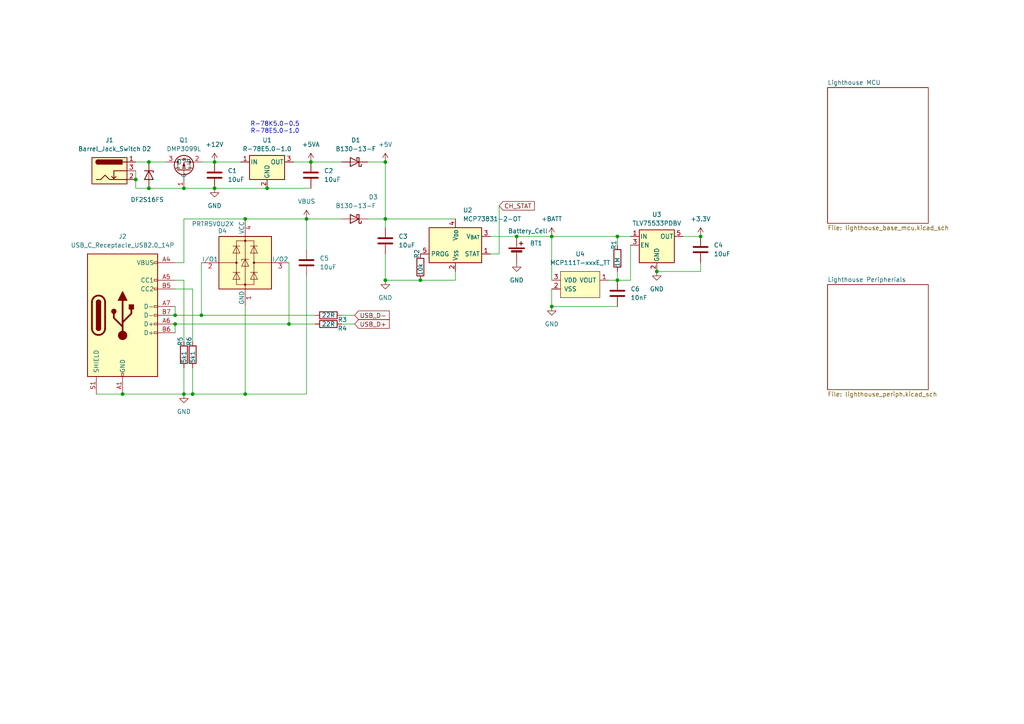
<source format=kicad_sch>
(kicad_sch (version 20250114) (generator "eeschema") (generator_version "9.0")
  (paper "A4")
  (title_block (title "Lighthouse Base") (date "2025-09-28") (rev "1") (comment 1 "MEgli"))
  (lib_symbols
    (symbol "Battery_Management:MCP73831-2-OT"
      (property "Reference" "U" (at -7.62 6.35 0))
      (property "Value" "MCP73831-2-OT" (at 1.27 6.35 0))
      (symbol "MCP73831-2-OT_0_1"
        (rectangle (start -7.62 5.08) (end 7.62 -5.08) (stroke (width 0.254)) (fill (type background)))
      )
      (symbol "MCP73831-2-OT_1_1"
        (pin input line (at -10.16 -2.54 0) (length 2.54) (name "PROG") (number "5"))
        (pin power_in line (at 0 7.62 270) (length 2.54) (name "V_{DD}") (number "4"))
        (pin power_in line (at 0 -7.62 90) (length 2.54) (name "V_{SS}") (number "2"))
        (pin power_out line (at 10.16 2.54 180) (length 2.54) (name "V_{BAT}") (number "3"))
        (pin tri_state line (at 10.16 -2.54 180) (length 2.54) (name "STAT") (number "1"))
      )
    )
    (symbol "Connector:Barrel_Jack_Switch" (pin_names (hide yes))
      (property "Reference" "J" (at 0 5.334 0))
      (property "Value" "Barrel_Jack_Switch" (at 0 -5.08 0))
      (symbol "Barrel_Jack_Switch_0_1"
        (rectangle (start -5.08 3.81) (end 5.08 -3.81) (stroke (width 0.254)) (fill (type background)))
        (polyline (pts (xy -3.81 -2.54) (xy -2.54 -2.54) (xy -1.27 -1.27) (xy 0 -2.54) (xy 2.54 -2.54) (xy 5.08 -2.54)) (stroke (width 0.254)))
        (arc (start -3.302 1.905) (mid -3.9343 2.54) (end -3.302 3.175) (stroke (width 0.254)))
        (arc (start -3.302 1.905) (mid -3.9343 2.54) (end -3.302 3.175) (stroke (width 0.254)) (fill (type outline)))
        (polyline (pts (xy 1.27 -2.286) (xy 1.905 -1.651)) (stroke (width 0.254)))
        (rectangle (start 3.683 3.175) (end -3.302 1.905) (stroke (width 0.254)) (fill (type outline)))
        (polyline (pts (xy 5.08 2.54) (xy 3.81 2.54)) (stroke (width 0.254)))
        (polyline (pts (xy 5.08 0) (xy 1.27 0) (xy 1.27 -2.286) (xy 0.635 -1.651)) (stroke (width 0.254)))
      )
      (symbol "Barrel_Jack_Switch_1_1"
        (pin passive line (at 7.62 2.54 180) (length 2.54) (name "~") (number "1"))
        (pin passive line (at 7.62 0 180) (length 2.54) (name "~") (number "3"))
        (pin passive line (at 7.62 -2.54 180) (length 2.54) (name "~") (number "2"))
      )
    )
    (symbol "Connector:USB_C_Receptacle_USB2.0_14P" (pin_names (offset 1.016))
      (property "Reference" "J" (at 0 22.225 0))
      (property "Value" "USB_C_Receptacle_USB2.0_14P" (at 0 19.685 0))
      (symbol "USB_C_Receptacle_USB2.0_14P_0_0"
        (rectangle (start -0.254 -17.78) (end 0.254 -16.764))
        (rectangle (start 10.16 15.494) (end 9.144 14.986))
        (rectangle (start 10.16 10.414) (end 9.144 9.906))
        (rectangle (start 10.16 7.874) (end 9.144 7.366))
        (rectangle (start 10.16 2.794) (end 9.144 2.286))
        (rectangle (start 10.16 0.254) (end 9.144 -0.254))
        (rectangle (start 10.16 -2.286) (end 9.144 -2.794))
        (rectangle (start 10.16 -4.826) (end 9.144 -5.334))
      )
      (symbol "USB_C_Receptacle_USB2.0_14P_0_1"
        (rectangle (start -10.16 17.78) (end 10.16 -17.78) (stroke (width 0.254)) (fill (type background)))
        (polyline (pts (xy -8.89 -3.81) (xy -8.89 3.81)) (stroke (width 0.508)))
        (rectangle (start -7.62 -3.81) (end -6.35 3.81) (stroke (width 0.254)) (fill (type outline)))
        (arc (start -7.62 3.81) (mid -6.985 4.4423) (end -6.35 3.81) (stroke (width 0.254)))
        (arc (start -7.62 3.81) (mid -6.985 4.4423) (end -6.35 3.81) (stroke (width 0.254)) (fill (type outline)))
        (arc (start -8.89 3.81) (mid -6.985 5.7067) (end -5.08 3.81) (stroke (width 0.508)))
        (arc (start -5.08 -3.81) (mid -6.985 -5.7067) (end -8.89 -3.81) (stroke (width 0.508)))
        (arc (start -6.35 -3.81) (mid -6.985 -4.4423) (end -7.62 -3.81) (stroke (width 0.254)))
        (arc (start -6.35 -3.81) (mid -6.985 -4.4423) (end -7.62 -3.81) (stroke (width 0.254)) (fill (type outline)))
        (polyline (pts (xy -5.08 3.81) (xy -5.08 -3.81)) (stroke (width 0.508)))
        (circle (center -2.54 1.143) (radius 0.635) (stroke (width 0.254)) (fill (type outline)))
        (polyline (pts (xy -1.27 4.318) (xy 0 6.858) (xy 1.27 4.318) (xy -1.27 4.318)) (stroke (width 0.254)) (fill (type outline)))
        (polyline (pts (xy 0 -2.032) (xy 2.54 0.508) (xy 2.54 1.778)) (stroke (width 0.508)))
        (polyline (pts (xy 0 -3.302) (xy -2.54 -0.762) (xy -2.54 0.508)) (stroke (width 0.508)))
        (polyline (pts (xy 0 -5.842) (xy 0 4.318)) (stroke (width 0.508)))
        (circle (center 0 -5.842) (radius 1.27) (fill (type outline)))
        (rectangle (start 1.905 1.778) (end 3.175 3.048) (stroke (width 0.254)) (fill (type outline)))
      )
      (symbol "USB_C_Receptacle_USB2.0_14P_1_1"
        (pin passive line (at -7.62 -22.86 90) (length 5.08) (name "SHIELD") (number "S1"))
        (pin passive line (at 0 -22.86 90) (length 5.08) (name "GND") (number "A1"))
        (pin passive line (at 0 -22.86 90) (length 5.08) (hide yes) (name "GND") (number "A12"))
        (pin passive line (at 0 -22.86 90) (length 5.08) (hide yes) (name "GND") (number "B1"))
        (pin passive line (at 0 -22.86 90) (length 5.08) (hide yes) (name "GND") (number "B12"))
        (pin passive line (at 15.24 15.24 180) (length 5.08) (name "VBUS") (number "A4"))
        (pin passive line (at 15.24 15.24 180) (length 5.08) (hide yes) (name "VBUS") (number "A9"))
        (pin passive line (at 15.24 15.24 180) (length 5.08) (hide yes) (name "VBUS") (number "B4"))
        (pin passive line (at 15.24 15.24 180) (length 5.08) (hide yes) (name "VBUS") (number "B9"))
        (pin bidirectional line (at 15.24 10.16 180) (length 5.08) (name "CC1") (number "A5"))
        (pin bidirectional line (at 15.24 7.62 180) (length 5.08) (name "CC2") (number "B5"))
        (pin bidirectional line (at 15.24 2.54 180) (length 5.08) (name "D-") (number "A7"))
        (pin bidirectional line (at 15.24 0 180) (length 5.08) (name "D-") (number "B7"))
        (pin bidirectional line (at 15.24 -2.54 180) (length 5.08) (name "D+") (number "A6"))
        (pin bidirectional line (at 15.24 -5.08 180) (length 5.08) (name "D+") (number "B6"))
      )
    )
    (symbol "Device:Battery_Cell" (pin_numbers (hide yes)) (pin_names (offset 0) (hide yes))
      (property "Reference" "BT" (at 2.54 2.54 0))
      (property "Value" "Battery_Cell" (at 2.54 0 0))
      (symbol "Battery_Cell_0_1"
        (rectangle (start -2.286 1.778) (end 2.286 1.524) (fill (type outline)))
        (rectangle (start -1.524 1.016) (end 1.524 0.508) (fill (type outline)))
        (polyline (pts (xy 0 1.778) (xy 0 2.54)))
        (polyline (pts (xy 0 0.762) (xy 0 0)))
        (polyline (pts (xy 0.762 3.048) (xy 1.778 3.048)) (stroke (width 0.254)))
        (polyline (pts (xy 1.27 3.556) (xy 1.27 2.54)) (stroke (width 0.254)))
      )
      (symbol "Battery_Cell_1_1"
        (pin passive line (at 0 5.08 270) (length 2.54) (name "+") (number "1"))
        (pin passive line (at 0 -2.54 90) (length 2.54) (name "-") (number "2"))
      )
    )
    (symbol "Device:C" (pin_numbers (hide yes)) (pin_names (offset 0.254))
      (property "Reference" "C" (at 0.635 2.54 0))
      (property "Value" "C" (at 0.635 -2.54 0))
      (symbol "C_0_1"
        (polyline (pts (xy -2.032 0.762) (xy 2.032 0.762)) (stroke (width 0.508)))
        (polyline (pts (xy -2.032 -0.762) (xy 2.032 -0.762)) (stroke (width 0.508)))
      )
      (symbol "C_1_1"
        (pin passive line (at 0 3.81 270) (length 2.794) (name "~") (number "1"))
        (pin passive line (at 0 -3.81 90) (length 2.794) (name "~") (number "2"))
      )
    )
    (symbol "Device:D_Schottky" (pin_numbers (hide yes)) (pin_names (offset 1.016) (hide yes))
      (property "Reference" "D" (at 0 2.54 0))
      (property "Value" "D_Schottky" (at 0 -2.54 0))
      (symbol "D_Schottky_0_1"
        (polyline (pts (xy -1.905 0.635) (xy -1.905 1.27) (xy -1.27 1.27) (xy -1.27 -1.27) (xy -0.635 -1.27) (xy -0.635 -0.635)) (stroke (width 0.254)))
        (polyline (pts (xy 1.27 1.27) (xy 1.27 -1.27) (xy -1.27 0) (xy 1.27 1.27)) (stroke (width 0.254)))
        (polyline (pts (xy 1.27 0) (xy -1.27 0)))
      )
      (symbol "D_Schottky_1_1"
        (pin passive line (at -3.81 0 0) (length 2.54) (name "K") (number "1"))
        (pin passive line (at 3.81 0 180) (length 2.54) (name "A") (number "2"))
      )
    )
    (symbol "Device:R" (pin_numbers (hide yes)) (pin_names (offset 0))
      (property "Reference" "R" (at 2.032 0 90))
      (property "Value" "R" (at 0 0 90))
      (symbol "R_0_1"
        (rectangle (start -1.016 -2.54) (end 1.016 2.54) (stroke (width 0.254)))
      )
      (symbol "R_1_1"
        (pin passive line (at 0 3.81 270) (length 1.27) (name "~") (number "1"))
        (pin passive line (at 0 -3.81 90) (length 1.27) (name "~") (number "2"))
      )
    )
    (symbol "Diode:ESD5Zxx" (pin_numbers (hide yes)) (pin_names (hide yes))
      (property "Reference" "D" (at 0 2.54 0))
      (property "Value" "ESD5Zxx" (at 0 -2.54 0))
      (symbol "ESD5Zxx_0_1"
        (polyline (pts (xy -1.27 -1.27) (xy -1.27 1.27) (xy -0.762 1.27)) (stroke (width 0.254)))
        (polyline (pts (xy 1.27 0) (xy -1.27 0)))
        (polyline (pts (xy 1.27 -1.27) (xy 1.27 1.27) (xy -1.27 0) (xy 1.27 -1.27)) (stroke (width 0.254)))
      )
      (symbol "ESD5Zxx_1_1"
        (pin passive line (at -3.81 0 0) (length 2.54) (name "K") (number "1"))
        (pin passive line (at 3.81 0 180) (length 2.54) (name "A") (number "2"))
      )
    )
    (symbol "MEgliParts:MCP111T-xxxE_TT" (pin_names (offset 1.016))
      (property "Reference" "U" (at 0 8.89 0))
      (property "Value" "MCP111T-xxxE_TT" (at 0 -1.27 0))
      (symbol "MCP111T-xxxE_TT_0_1"
        (rectangle (start -6.35 7.62) (end 5.08 0) (fill (type background)))
      )
      (symbol "MCP111T-xxxE_TT_1_1"
        (pin input line (at -8.89 5.08 0) (length 2.54) (name "VDD") (number "3"))
        (pin power_in line (at -8.89 2.54 0) (length 2.54) (name "VSS") (number "2"))
        (pin output line (at 7.62 5.08 180) (length 2.54) (name "VOUT") (number "1"))
      )
    )
    (symbol "Power_Protection:PRTR5V0U2X" (pin_names (offset 0))
      (property "Reference" "D" (at 2.794 8.636 0))
      (property "Value" "PRTR5V0U2X" (at 8.128 -9.398 0))
      (symbol "PRTR5V0U2X_0_1"
        (rectangle (start -7.62 -7.62) (end 7.62 7.62) (stroke (width 0.254)) (fill (type background)))
        (polyline (pts (xy -3.556 2.794) (xy -1.524 2.794) (xy -2.54 4.826) (xy -3.556 2.794)))
        (polyline (pts (xy -3.556 -4.826) (xy -1.524 -4.826) (xy -2.54 -2.794) (xy -3.556 -4.826)))
        (rectangle (start -2.54 6.35) (end 2.54 -6.35))
        (circle (center -2.54 0) (radius 0.254) (fill (type outline)))
        (polyline (pts (xy -2.54 0) (xy -7.62 0)))
        (polyline (pts (xy -1.524 4.826) (xy -3.556 4.826)))
        (polyline (pts (xy -1.524 -2.794) (xy -3.556 -2.794)))
        (polyline (pts (xy -1.016 -1.016) (xy 1.016 -1.016) (xy 0 1.016) (xy -1.016 -1.016)))
        (circle (center 0 6.35) (radius 0.254) (fill (type outline)))
        (circle (center 0 -6.35) (radius 0.254) (fill (type outline)))
        (polyline (pts (xy 0 -7.62) (xy 0 7.62)))
        (polyline (pts (xy 1.016 1.016) (xy -1.016 1.016) (xy -1.016 0.508)))
        (polyline (pts (xy 1.524 4.826) (xy 3.556 4.826)))
        (polyline (pts (xy 1.524 -2.794) (xy 3.556 -2.794)))
        (polyline (pts (xy 2.54 0) (xy 7.62 0)))
        (circle (center 2.54 0) (radius 0.254) (fill (type outline)))
        (polyline (pts (xy 3.556 2.794) (xy 1.524 2.794) (xy 2.54 4.826) (xy 3.556 2.794)))
        (polyline (pts (xy 3.556 -4.826) (xy 1.524 -4.826) (xy 2.54 -2.794) (xy 3.556 -4.826)))
      )
      (symbol "PRTR5V0U2X_1_1"
        (pin passive line (at -12.7 0 0) (length 5.08) (name "I/O1") (number "2"))
        (pin passive line (at 0 12.7 270) (length 5.08) (name "VCC") (number "4"))
        (pin passive line (at 0 -12.7 90) (length 5.08) (name "GND") (number "1"))
        (pin passive line (at 12.7 0 180) (length 5.08) (name "I/O2") (number "3"))
      )
    )
    (symbol "Regulator_Linear:TLV75533PDBV" (pin_names (offset 0.254))
      (property "Reference" "U" (at -3.81 5.715 0))
      (property "Value" "TLV75533PDBV" (at 0 5.715 0))
      (symbol "TLV75533PDBV_0_1"
        (rectangle (start -5.08 4.445) (end 5.08 -5.08) (stroke (width 0.254)) (fill (type background)))
      )
      (symbol "TLV75533PDBV_1_1"
        (pin power_in line (at -7.62 2.54 0) (length 2.54) (name "IN") (number "1"))
        (pin input line (at -7.62 0 0) (length 2.54) (name "EN") (number "3"))
        (pin power_in line (at 0 -7.62 90) (length 2.54) (name "GND") (number "2"))
        (pin no_connect line (at 5.08 0 180) (length 2.54) (hide yes) (name "NC") (number "4"))
        (pin power_out line (at 7.62 2.54 180) (length 2.54) (name "OUT") (number "5"))
      )
    )
    (symbol "Regulator_Switching:R-78E5.0-1.0" (pin_names (offset 0.254))
      (property "Reference" "U" (at -3.81 3.175 0))
      (property "Value" "R-78E5.0-1.0" (at 0 3.175 0))
      (symbol "R-78E5.0-1.0_0_1"
        (rectangle (start -5.08 1.905) (end 5.08 -5.08) (stroke (width 0.254)) (fill (type background)))
      )
      (symbol "R-78E5.0-1.0_1_1"
        (pin power_in line (at -7.62 0 0) (length 2.54) (name "IN") (number "1"))
        (pin power_in line (at 0 -7.62 90) (length 2.54) (name "GND") (number "2"))
        (pin power_out line (at 7.62 0 180) (length 2.54) (name "OUT") (number "3"))
      )
    )
    (symbol "lighthouse1:DMP3099L_PMOSFET"
      (property "Reference" "Q" (at 0 0 0))
      (property "Value" "DMP3099L" (at 0 0 0))
      (symbol "DMP3099L_PMOSFET_0_1"
        (polyline (pts (xy -2.286 1.905) (xy -2.286 -1.905)) (stroke (width 0.254)))
        (polyline (pts (xy -2.286 0) (xy -5.08 0)))
        (polyline (pts (xy -1.778 2.286) (xy -1.778 1.27)) (stroke (width 0.254)))
        (polyline (pts (xy -1.778 1.778) (xy 0.762 1.778) (xy 0.762 -1.778) (xy -1.778 -1.778)))
        (polyline (pts (xy -1.778 0.508) (xy -1.778 -0.508)) (stroke (width 0.254)))
        (polyline (pts (xy -1.778 -1.27) (xy -1.778 -2.286)) (stroke (width 0.254)))
        (circle (center -0.889 0) (radius 2.794) (stroke (width 0.254)))
        (polyline (pts (xy -0.254 0) (xy -1.27 0.381) (xy -1.27 -0.381) (xy -0.254 0)) (fill (type outline)))
        (polyline (pts (xy 0 2.54) (xy 0 1.778)))
        (circle (center 0 1.778) (radius 0.254) (fill (type outline)))
        (circle (center 0 -1.778) (radius 0.254) (fill (type outline)))
        (polyline (pts (xy 0 -2.54) (xy 0 0) (xy -1.778 0)))
        (polyline (pts (xy 0.254 -0.508) (xy 0.381 -0.381) (xy 1.143 -0.381) (xy 1.27 -0.254)))
        (polyline (pts (xy 0.762 -0.381) (xy 0.381 0.254) (xy 1.143 0.254) (xy 0.762 -0.381)))
      )
      (symbol "DMP3099L_PMOSFET_1_1"
        (pin input line (at -7.62 0 0) (length 2.54) (name "G") (number "1"))
        (pin passive line (at 0 5.08 270) (length 2.54) (name "D") (number "3"))
        (pin passive line (at 0 -5.08 90) (length 2.54) (name "S") (number "2"))
      )
    )
    (symbol "power:+12V" (power) (pin_numbers (hide yes)) (pin_names (offset 0) (hide yes))
      (property "Value" "+12V" (at 0 3.556 0))
      (symbol "+12V_0_1"
        (polyline (pts (xy -0.762 1.27) (xy 0 2.54)))
        (polyline (pts (xy 0 2.54) (xy 0.762 1.27)))
        (polyline (pts (xy 0 0) (xy 0 2.54)))
      )
      (symbol "+12V_1_1"
        (pin power_in line (at 0 0 90) (length 0) (name "~") (number "1"))
      )
    )
    (symbol "power:+3.3V" (power) (pin_numbers (hide yes)) (pin_names (offset 0) (hide yes))
      (property "Value" "+3.3V" (at 0 3.556 0))
      (symbol "+3.3V_0_1"
        (polyline (pts (xy -0.762 1.27) (xy 0 2.54)))
        (polyline (pts (xy 0 2.54) (xy 0.762 1.27)))
        (polyline (pts (xy 0 0) (xy 0 2.54)))
      )
      (symbol "+3.3V_1_1"
        (pin power_in line (at 0 0 90) (length 0) (name "~") (number "1"))
      )
    )
    (symbol "power:+5V" (power) (pin_numbers (hide yes)) (pin_names (offset 0) (hide yes))
      (property "Value" "+5V" (at 0 3.556 0))
      (symbol "+5V_0_1"
        (polyline (pts (xy -0.762 1.27) (xy 0 2.54)))
        (polyline (pts (xy 0 2.54) (xy 0.762 1.27)))
        (polyline (pts (xy 0 0) (xy 0 2.54)))
      )
      (symbol "+5V_1_1"
        (pin power_in line (at 0 0 90) (length 0) (name "~") (number "1"))
      )
    )
    (symbol "power:+5VA" (power) (pin_numbers (hide yes)) (pin_names (offset 0) (hide yes))
      (property "Value" "+5VA" (at 0 3.556 0))
      (symbol "+5VA_0_1"
        (polyline (pts (xy -0.762 1.27) (xy 0 2.54)))
        (polyline (pts (xy 0 2.54) (xy 0.762 1.27)))
        (polyline (pts (xy 0 0) (xy 0 2.54)))
      )
      (symbol "+5VA_1_1"
        (pin power_in line (at 0 0 90) (length 0) (name "~") (number "1"))
      )
    )
    (symbol "power:+BATT" (power) (pin_numbers (hide yes)) (pin_names (offset 0) (hide yes))
      (property "Value" "+BATT" (at 0 3.556 0))
      (symbol "+BATT_0_1"
        (polyline (pts (xy -0.762 1.27) (xy 0 2.54)))
        (polyline (pts (xy 0 2.54) (xy 0.762 1.27)))
        (polyline (pts (xy 0 0) (xy 0 2.54)))
      )
      (symbol "+BATT_1_1"
        (pin power_in line (at 0 0 90) (length 0) (name "~") (number "1"))
      )
    )
    (symbol "power:GND" (power) (pin_numbers (hide yes)) (pin_names (offset 0) (hide yes))
      (property "Value" "GND" (at 0 -3.81 0))
      (symbol "GND_0_1"
        (polyline (pts (xy 0 0) (xy 0 -1.27) (xy 1.27 -1.27) (xy 0 -2.54) (xy -1.27 -1.27) (xy 0 -1.27)))
      )
      (symbol "GND_1_1"
        (pin power_in line (at 0 0 270) (length 0) (name "~") (number "1"))
      )
    )
    (symbol "power:VBUS" (power) (pin_numbers (hide yes)) (pin_names (offset 0) (hide yes))
      (property "Value" "VBUS" (at 0 3.556 0))
      (symbol "VBUS_0_1"
        (polyline (pts (xy -0.762 1.27) (xy 0 2.54)))
        (polyline (pts (xy 0 2.54) (xy 0.762 1.27)))
        (polyline (pts (xy 0 0) (xy 0 2.54)))
      )
      (symbol "VBUS_1_1"
        (pin power_in line (at 0 0 90) (length 0) (name "~") (number "1"))
      )
    )
  )
  (text "R-78K5.0-0.5\nR-78E5.0-1.0" (at 79.756 37.084 0) (effects (font (size 1.27 1.27))))
  (junction (at 88.9 63.5))
  (junction (at 111.76 81.28))
  (junction (at 53.34 114.3))
  (junction (at 160.02 68.58))
  (junction (at 62.23 46.99))
  (junction (at 35.56 114.3))
  (junction (at 160.02 88.9))
  (junction (at 111.76 63.5))
  (junction (at 71.12 114.3))
  (junction (at 39.37 52.07))
  (junction (at 50.8 93.98))
  (junction (at 121.92 81.28))
  (junction (at 71.12 63.5))
  (junction (at 77.47 54.61))
  (junction (at 53.34 54.61))
  (junction (at 111.76 46.99))
  (junction (at 190.5 78.74))
  (junction (at 43.18 46.99))
  (junction (at 55.88 114.3))
  (junction (at 90.17 46.99))
  (junction (at 149.86 68.58))
  (junction (at 83.82 93.98))
  (junction (at 43.18 54.61))
  (junction (at 62.23 54.61))
  (junction (at 203.2 68.58))
  (junction (at 179.07 68.58))
  (junction (at 179.07 81.28))
  (junction (at 58.42 91.44))
  (junction (at 50.8 91.44))
  (wire (pts (xy 90.17 54.61) (xy 77.47 54.61)))
  (wire (pts (xy 179.07 68.58) (xy 182.88 68.58)))
  (wire (pts (xy 53.34 106.68) (xy 53.34 114.3)))
  (wire (pts (xy 71.12 114.3) (xy 55.88 114.3)))
  (wire (pts (xy 50.8 88.9) (xy 50.8 91.44)))
  (wire (pts (xy 179.07 81.28) (xy 176.53 81.28)))
  (wire (pts (xy 160.02 88.9) (xy 179.07 88.9)))
  (wire (pts (xy 88.9 80.01) (xy 88.9 114.3)))
  (wire (pts (xy 144.78 73.66) (xy 144.78 59.69)))
  (wire (pts (xy 35.56 114.3) (xy 53.34 114.3)))
  (wire (pts (xy 83.82 76.2) (xy 83.82 93.98)))
  (wire (pts (xy 50.8 91.44) (xy 58.42 91.44)))
  (wire (pts (xy 99.06 63.5) (xy 88.9 63.5)))
  (wire (pts (xy 179.07 68.58) (xy 179.07 71.12)))
  (wire (pts (xy 160.02 83.82) (xy 160.02 88.9)))
  (wire (pts (xy 99.06 46.99) (xy 90.17 46.99)))
  (wire (pts (xy 160.02 68.58) (xy 149.86 68.58)))
  (wire (pts (xy 53.34 114.3) (xy 55.88 114.3)))
  (wire (pts (xy 142.24 68.58) (xy 149.86 68.58)))
  (wire (pts (xy 50.8 93.98) (xy 83.82 93.98)))
  (wire (pts (xy 111.76 63.5) (xy 111.76 66.04)))
  (wire (pts (xy 111.76 81.28) (xy 121.92 81.28)))
  (wire (pts (xy 71.12 88.9) (xy 71.12 114.3)))
  (wire (pts (xy 99.06 93.98) (xy 102.87 93.98)))
  (wire (pts (xy 160.02 68.58) (xy 160.02 81.28)))
  (wire (pts (xy 55.88 114.3) (xy 55.88 106.68)))
  (wire (pts (xy 39.37 52.07) (xy 39.37 54.61)))
  (wire (pts (xy 203.2 78.74) (xy 203.2 76.2)))
  (wire (pts (xy 62.23 46.99) (xy 69.85 46.99)))
  (wire (pts (xy 43.18 54.61) (xy 39.37 54.61)))
  (wire (pts (xy 106.68 63.5) (xy 111.76 63.5)))
  (wire (pts (xy 111.76 63.5) (xy 132.08 63.5)))
  (wire (pts (xy 55.88 83.82) (xy 55.88 99.06)))
  (wire (pts (xy 53.34 54.61) (xy 62.23 54.61)))
  (wire (pts (xy 99.06 91.44) (xy 102.87 91.44)))
  (wire (pts (xy 58.42 76.2) (xy 58.42 91.44)))
  (wire (pts (xy 27.94 114.3) (xy 35.56 114.3)))
  (wire (pts (xy 132.08 81.28) (xy 132.08 78.74)))
  (wire (pts (xy 83.82 93.98) (xy 91.44 93.98)))
  (wire (pts (xy 190.5 78.74) (xy 203.2 78.74)))
  (wire (pts (xy 111.76 73.66) (xy 111.76 81.28)))
  (wire (pts (xy 50.8 81.28) (xy 53.34 81.28)))
  (wire (pts (xy 88.9 63.5) (xy 88.9 72.39)))
  (wire (pts (xy 111.76 46.99) (xy 111.76 63.5)))
  (wire (pts (xy 179.07 68.58) (xy 160.02 68.58)))
  (wire (pts (xy 58.42 46.99) (xy 62.23 46.99)))
  (wire (pts (xy 53.34 76.2) (xy 53.34 63.5)))
  (wire (pts (xy 121.92 81.28) (xy 132.08 81.28)))
  (wire (pts (xy 71.12 63.5) (xy 88.9 63.5)))
  (wire (pts (xy 58.42 91.44) (xy 91.44 91.44)))
  (wire (pts (xy 39.37 49.53) (xy 39.37 52.07)))
  (wire (pts (xy 53.34 81.28) (xy 53.34 99.06)))
  (wire (pts (xy 53.34 76.2) (xy 50.8 76.2)))
  (wire (pts (xy 144.78 73.66) (xy 142.24 73.66)))
  (wire (pts (xy 179.07 78.74) (xy 179.07 81.28)))
  (wire (pts (xy 43.18 54.61) (xy 53.34 54.61)))
  (wire (pts (xy 50.8 83.82) (xy 55.88 83.82)))
  (wire (pts (xy 50.8 93.98) (xy 50.8 96.52)))
  (wire (pts (xy 88.9 114.3) (xy 71.12 114.3)))
  (wire (pts (xy 203.2 68.58) (xy 198.12 68.58)))
  (wire (pts (xy 179.07 81.28) (xy 182.88 81.28)))
  (wire (pts (xy 90.17 46.99) (xy 85.09 46.99)))
  (wire (pts (xy 182.88 71.12) (xy 182.88 81.28)))
  (wire (pts (xy 106.68 46.99) (xy 111.76 46.99)))
  (wire (pts (xy 39.37 46.99) (xy 43.18 46.99)))
  (wire (pts (xy 62.23 54.61) (xy 77.47 54.61)))
  (wire (pts (xy 43.18 46.99) (xy 48.26 46.99)))
  (wire (pts (xy 53.34 63.5) (xy 71.12 63.5)))
  (global_label "USB_D-" (shape input) (at 102.87 91.44 0) (property "Intersheetrefs" "${INTERSHEET_REFS}" (effects (hide yes))))
  (global_label "CH_STAT" (shape input) (at 144.78 59.69 0) (property "Intersheetrefs" "${INTERSHEET_REFS}" (effects (hide yes))))
  (global_label "USB_D+" (shape input) (at 102.87 93.98 0) (property "Intersheetrefs" "${INTERSHEET_REFS}" (effects (hide yes))))
  (symbol (lib_id "Regulator_Linear:TLV75533PDBV") (at 190.5 71.12 0) (unit 1)
    (property "Reference" "U3" (at 190.5 62.23 0))
    (property "Value" "TLV75533PDBV" (at 190.5 64.77 0))
    (property "Footprint" "Package_TO_SOT_SMD:SOT-23-5" (effects (hide yes)))
    (property "Datasheet" "http://www.ti.com/lit/ds/symlink/tlv755p.pdf" (effects (hide yes)))
    (property "Description" "500mA Low Dropout Voltage Regulator, Fixed Output 3.3V, SOT-23-5" (effects (hide yes)))
  )
  (symbol (lib_id "Device:C") (at 111.76 69.85 0) (unit 1)
    (property "Reference" "C3" (at 115.57 68.5799 0) (effects (justify left)))
    (property "Value" "10uF" (at 115.57 71.1199 0) (effects (justify left)))
    (property "Footprint" "Capacitor_SMD:C_0805_2012Metric_Pad1.18x1.45mm_HandSolder" (effects (hide yes)))
    (property "Description" "Unpolarized capacitor" (effects (hide yes)))
  )
  (symbol (lib_id "power:GND") (at 190.5 78.74 0) (unit 1)
    (property "Reference" "#PWR08" (effects (hide yes)))
    (property "Value" "GND" (at 190.5 83.82 0))
    (property "Description" "Power symbol creates a global label with name \"GND\" , ground" (effects (hide yes)))
  )
  (symbol (lib_id "Device:C") (at 203.2 72.39 0) (unit 1)
    (property "Reference" "C4" (at 207.01 71.1199 0) (effects (justify left)))
    (property "Value" "10uF" (at 207.01 73.6599 0) (effects (justify left)))
    (property "Footprint" "Capacitor_SMD:C_0805_2012Metric_Pad1.18x1.45mm_HandSolder" (effects (hide yes)))
    (property "Description" "Unpolarized capacitor" (effects (hide yes)))
  )
  (symbol (lib_id "power:GND") (at 111.76 81.28 0) (unit 1)
    (property "Reference" "#PWR09" (effects (hide yes)))
    (property "Value" "GND" (at 111.76 86.36 0))
    (property "Description" "Power symbol creates a global label with name \"GND\" , ground" (effects (hide yes)))
  )
  (symbol (lib_id "Battery_Management:MCP73831-2-OT") (at 132.08 71.12 0) (unit 1)
    (property "Reference" "U2" (at 134.2741 60.96 0) (effects (justify left)))
    (property "Value" "MCP73831-2-OT" (at 134.2741 63.5 0) (effects (justify left)))
    (property "Footprint" "Package_TO_SOT_SMD:SOT-23-5" (effects (hide yes)))
    (property "Datasheet" "http://ww1.microchip.com/downloads/en/DeviceDoc/20001984g.pdf" (effects (hide yes)))
    (property "Description" "Single cell, Li-Ion/Li-Po charge management controller, 4.20V, Tri-State Status Output, in SOT23-5 package" (effects (hide yes)))
  )
  (symbol (lib_id "Device:R") (at 95.25 93.98 90) (unit 1)
    (property "Reference" "R4" (at 99.314 95.25 90))
    (property "Value" "22R" (at 95.25 93.98 90))
    (property "Footprint" "Resistor_SMD:R_0603_1608Metric_Pad0.98x0.95mm_HandSolder" (effects (hide yes)))
    (property "Description" "Resistor" (effects (hide yes)))
  )
  (symbol (lib_id "Power_Protection:PRTR5V0U2X") (at 71.12 76.2 0) (unit 1)
    (property "Reference" "D4" (at 64.516 66.9858 0))
    (property "Value" "PRTR5V0U2X" (at 61.722 64.9538 0))
    (property "Footprint" "Package_TO_SOT_SMD:SOT-143" (effects (hide yes)))
    (property "Datasheet" "https://assets.nexperia.com/documents/data-sheet/PRTR5V0U2X.pdf" (effects (hide yes)))
    (property "Description" "Ultra low capacitance double rail-to-rail ESD protection diode, SOT-143" (effects (hide yes)))
  )
  (symbol (lib_id "power:GND") (at 149.86 76.2 0) (unit 1)
    (property "Reference" "#PWR07" (effects (hide yes)))
    (property "Value" "GND" (at 149.86 81.28 0))
    (property "Description" "Power symbol creates a global label with name \"GND\" , ground" (effects (hide yes)))
  )
  (symbol (lib_id "Device:R") (at 179.07 74.93 0) (unit 1)
    (property "Reference" "R1" (at 178.054 72.3899 90) (effects (justify left)))
    (property "Value" "1M" (at 179.07 77.4699 90) (effects (justify left)))
    (property "Footprint" "Resistor_SMD:R_0603_1608Metric_Pad0.98x0.95mm_HandSolder" (effects (hide yes)))
    (property "Description" "Resistor" (effects (hide yes)))
  )
  (symbol (lib_id "power:+5VA") (at 90.17 46.99 0) (unit 1)
    (property "Reference" "#PWR039" (effects (hide yes)))
    (property "Value" "+5VA" (at 90.17 41.91 0))
    (property "Description" "Power symbol creates a global label with name \"+5VA\"" (effects (hide yes)))
  )
  (symbol (lib_id "Device:Battery_Cell") (at 149.86 73.66 0) (unit 1)
    (property "Reference" "BT1" (at 153.67 70.5484 0) (effects (justify left)))
    (property "Value" "Battery_Cell" (at 147.32 66.9924 0) (effects (justify left)))
    (property "Footprint" "Connector_PinHeader_2.54mm:PinHeader_1x02_P2.54mm_Vertical" (effects (hide yes)))
    (property "Description" "Single-cell battery" (effects (hide yes)))
  )
  (symbol (lib_id "power:VBUS") (at 88.9 63.5 0) (unit 1)
    (property "Reference" "#PWR04" (effects (hide yes)))
    (property "Value" "VBUS" (at 88.9 58.42 0))
    (property "Description" "Power symbol creates a global label with name \"VBUS\"" (effects (hide yes)))
  )
  (symbol (lib_id "Device:C") (at 88.9 76.2 0) (unit 1)
    (property "Reference" "C5" (at 92.71 74.9299 0) (effects (justify left)))
    (property "Value" "10uF" (at 92.71 77.4699 0) (effects (justify left)))
    (property "Footprint" "Capacitor_SMD:C_0805_2012Metric_Pad1.18x1.45mm_HandSolder" (effects (hide yes)))
    (property "Description" "Unpolarized capacitor" (effects (hide yes)))
  )
  (symbol (lib_id "Connector:USB_C_Receptacle_USB2.0_14P") (at 35.56 91.44 0) (unit 1)
    (property "Reference" "J2" (at 35.56 68.58 0))
    (property "Value" "USB_C_Receptacle_USB2.0_14P" (at 35.56 71.12 0))
    (property "Footprint" "Connector_USB:USB_C_Receptacle_GCT_USB4110" (effects (hide yes)))
    (property "Datasheet" "https://www.usb.org/sites/default/files/documents/usb_type-c.zip" (effects (hide yes)))
    (property "Description" "USB 2.0-only 14P Type-C Receptacle connector" (effects (hide yes)))
  )
  (symbol (lib_id "power:+3.3V") (at 203.2 68.58 0) (unit 1)
    (property "Reference" "#PWR06" (effects (hide yes)))
    (property "Value" "+3.3V" (at 203.2 63.5 0))
    (property "Description" "Power symbol creates a global label with name \"+3.3V\"" (effects (hide yes)))
  )
  (symbol (lib_id "Device:D_Schottky") (at 102.87 63.5 180) (unit 1)
    (property "Reference" "D3" (at 108.2675 57.15 0))
    (property "Value" "B130-13-F" (at 103.1875 59.69 0))
    (property "Footprint" "Diode_SMD:D_SMA_Handsoldering" (effects (hide yes)))
    (property "Description" "Schottky diode" (effects (hide yes)))
  )
  (symbol (lib_id "Diode:ESD5Zxx") (at 43.18 50.8 270) (unit 1)
    (property "Reference" "D2" (at 41.148 43.1799 90) (effects (justify left)))
    (property "Value" "DF2S16FS" (at 37.846 57.9119 90) (effects (justify left)))
    (property "Footprint" "Diode_SMD:D_SOD-523" (effects (hide yes)))
    (property "Datasheet" "https://www.onsemi.com/pdf/datasheet/esd5z2.5t1-d.pdf" (effects (hide yes)))
    (property "Description" "ESD Protection Diode, SOD-523" (effects (hide yes)))
  )
  (symbol (lib_id "power:GND") (at 160.02 88.9 0) (unit 1)
    (property "Reference" "#PWR010" (effects (hide yes)))
    (property "Value" "GND" (at 160.02 93.98 0))
    (property "Description" "Power symbol creates a global label with name \"GND\" , ground" (effects (hide yes)))
  )
  (symbol (lib_id "power:+5V") (at 111.76 46.99 0) (unit 1)
    (property "Reference" "#PWR02" (effects (hide yes)))
    (property "Value" "+5V" (at 111.76 41.91 0))
    (property "Description" "Power symbol creates a global label with name \"+5V\"" (effects (hide yes)))
  )
  (symbol (lib_id "MEgliParts:MCP111T-xxxE_TT") (at 168.91 86.36 0) (unit 1)
    (property "Reference" "U4" (at 168.275 73.66 0))
    (property "Value" "MCP111T-xxxE_TT" (at 168.275 76.2 0))
    (property "Footprint" "Package_TO_SOT_SMD:SOT-23-3" (effects (hide yes)))
  )
  (symbol (lib_id "Device:R") (at 121.92 77.47 0) (unit 1)
    (property "Reference" "R2" (at 120.904 74.9299 90) (effects (justify left)))
    (property "Value" "10k" (at 121.92 80.0099 90) (effects (justify left)))
    (property "Footprint" "Resistor_SMD:R_0603_1608Metric_Pad0.98x0.95mm_HandSolder" (effects (hide yes)))
    (property "Description" "Resistor" (effects (hide yes)))
  )
  (symbol (lib_id "power:GND") (at 53.34 114.3 0) (unit 1)
    (property "Reference" "#PWR011" (effects (hide yes)))
    (property "Value" "GND" (at 53.34 119.38 0))
    (property "Description" "Power symbol creates a global label with name \"GND\" , ground" (effects (hide yes)))
  )
  (symbol (lib_id "power:+BATT") (at 160.02 68.58 0) (unit 1)
    (property "Reference" "#PWR05" (effects (hide yes)))
    (property "Value" "+BATT" (at 160.02 63.5 0))
    (property "Description" "Power symbol creates a global label with name \"+BATT\"" (effects (hide yes)))
  )
  (symbol (lib_id "power:+12V") (at 62.23 46.99 0) (unit 1)
    (property "Reference" "#PWR01" (effects (hide yes)))
    (property "Value" "+12V" (at 62.23 41.91 0))
    (property "Description" "Power symbol creates a global label with name \"+12V\"" (effects (hide yes)))
  )
  (symbol (lib_id "Device:C") (at 179.07 85.09 0) (unit 1)
    (property "Reference" "C6" (at 182.88 83.8199 0) (effects (justify left)))
    (property "Value" "10nF" (at 182.88 86.3599 0) (effects (justify left)))
    (property "Footprint" "Capacitor_SMD:C_0603_1608Metric_Pad1.08x0.95mm_HandSolder" (effects (hide yes)))
    (property "Description" "Unpolarized capacitor" (effects (hide yes)))
  )
  (symbol (lib_id "lighthouse1:DMP3099L_PMOSFET") (at 53.34 46.99 90) (unit 1)
    (property "Reference" "Q1" (at 53.34 40.64 90))
    (property "Value" "DMP3099L" (at 53.34 43.18 90))
    (property "Footprint" "Package_TO_SOT_SMD:SOT-23-3" (effects (hide yes)))
  )
  (symbol (lib_id "power:GND") (at 62.23 54.61 0) (unit 1)
    (property "Reference" "#PWR03" (effects (hide yes)))
    (property "Value" "GND" (at 62.23 59.69 0))
    (property "Description" "Power symbol creates a global label with name \"GND\" , ground" (effects (hide yes)))
  )
  (symbol (lib_id "Device:D_Schottky") (at 102.87 46.99 180) (unit 1)
    (property "Reference" "D1" (at 103.1875 40.64 0))
    (property "Value" "B130-13-F" (at 103.1875 43.18 0))
    (property "Footprint" "Diode_SMD:D_SMA_Handsoldering" (effects (hide yes)))
    (property "Description" "Schottky diode" (effects (hide yes)))
  )
  (symbol (lib_id "Device:R") (at 55.88 102.87 0) (unit 1)
    (property "Reference" "R6" (at 54.864 100.3299 90) (effects (justify left)))
    (property "Value" "5k1" (at 55.88 105.4099 90) (effects (justify left)))
    (property "Footprint" "Resistor_SMD:R_0603_1608Metric_Pad0.98x0.95mm_HandSolder" (effects (hide yes)))
    (property "Description" "Resistor" (effects (hide yes)))
  )
  (symbol (lib_id "Connector:Barrel_Jack_Switch") (at 31.75 49.53 0) (unit 1)
    (property "Reference" "J1" (at 31.75 40.64 0))
    (property "Value" "Barrel_Jack_Switch" (at 31.75 43.18 0))
    (property "Footprint" "Connector_BarrelJack:BarrelJack_CUI_PJ-063AH_Horizontal" (effects (hide yes)))
    (property "Description" "DC Barrel Jack with an internal switch" (effects (hide yes)))
  )
  (symbol (lib_id "Device:C") (at 62.23 50.8 0) (unit 1)
    (property "Reference" "C1" (at 66.04 49.5299 0) (effects (justify left)))
    (property "Value" "10uF" (at 66.04 52.0699 0) (effects (justify left)))
    (property "Footprint" "Capacitor_SMD:C_0805_2012Metric_Pad1.18x1.45mm_HandSolder" (effects (hide yes)))
    (property "Description" "Unpolarized capacitor" (effects (hide yes)))
  )
  (symbol (lib_id "Regulator_Switching:R-78E5.0-1.0") (at 77.47 46.99 0) (unit 1)
    (property "Reference" "U1" (at 77.47 40.64 0))
    (property "Value" "R-78E5.0-1.0" (at 77.47 43.18 0))
    (property "Footprint" "Converter_DCDC:Converter_DCDC_RECOM_R-78E-0.5_THT" (effects (hide yes)))
    (property "Datasheet" "https://www.recom-power.com/pdf/Innoline/R-78Exx-1.0.pdf" (effects (hide yes)))
    (property "Description" "1A Step-Down DC/DC-Regulator, 7-28V input, 5V fixed Output Voltage, LM78xx replacement, -40°C to +85°C, SIP3" (effects (hide yes)))
  )
  (symbol (lib_id "Device:R") (at 95.25 91.44 90) (unit 1)
    (property "Reference" "R3" (at 99.314 92.71 90))
    (property "Value" "22R" (at 95.25 91.44 90))
    (property "Footprint" "Resistor_SMD:R_0603_1608Metric_Pad0.98x0.95mm_HandSolder" (effects (hide yes)))
    (property "Description" "Resistor" (effects (hide yes)))
  )
  (symbol (lib_id "Device:C") (at 90.17 50.8 0) (unit 1)
    (property "Reference" "C2" (at 93.98 49.5299 0) (effects (justify left)))
    (property "Value" "10uF" (at 93.98 52.0699 0) (effects (justify left)))
    (property "Footprint" "Capacitor_SMD:C_0805_2012Metric_Pad1.18x1.45mm_HandSolder" (effects (hide yes)))
    (property "Description" "Unpolarized capacitor" (effects (hide yes)))
  )
  (symbol (lib_id "Device:R") (at 53.34 102.87 0) (unit 1)
    (property "Reference" "R5" (at 52.324 100.3299 90) (effects (justify left)))
    (property "Value" "5k1" (at 53.34 105.4099 90) (effects (justify left)))
    (property "Footprint" "Resistor_SMD:R_0603_1608Metric_Pad0.98x0.95mm_HandSolder" (effects (hide yes)))
    (property "Description" "Resistor" (effects (hide yes)))
  )
  (sheet (at 240.03 82.55) (size 29.21 30.48) (stroke (width 0.1524))
    (property "Sheetname" "Lighthouse Peripherials" (at 240.03 81.8384 0) (effects (justify left bottom)))
    (property "Sheetfile" "lighthouse_periph.kicad_sch" (at 240.03 113.6146 0) (effects (justify left top)))
  )
  (sheet (at 240.03 25.4) (size 29.21 39.37) (stroke (width 0.1524))
    (property "Sheetname" "Lighthouse MCU" (at 240.03 24.6884 0) (effects (justify left bottom)))
    (property "Sheetfile" "lighthouse_base_mcu.kicad_sch" (at 240.03 65.3546 0) (effects (justify left top)))
  )
)
</source>
